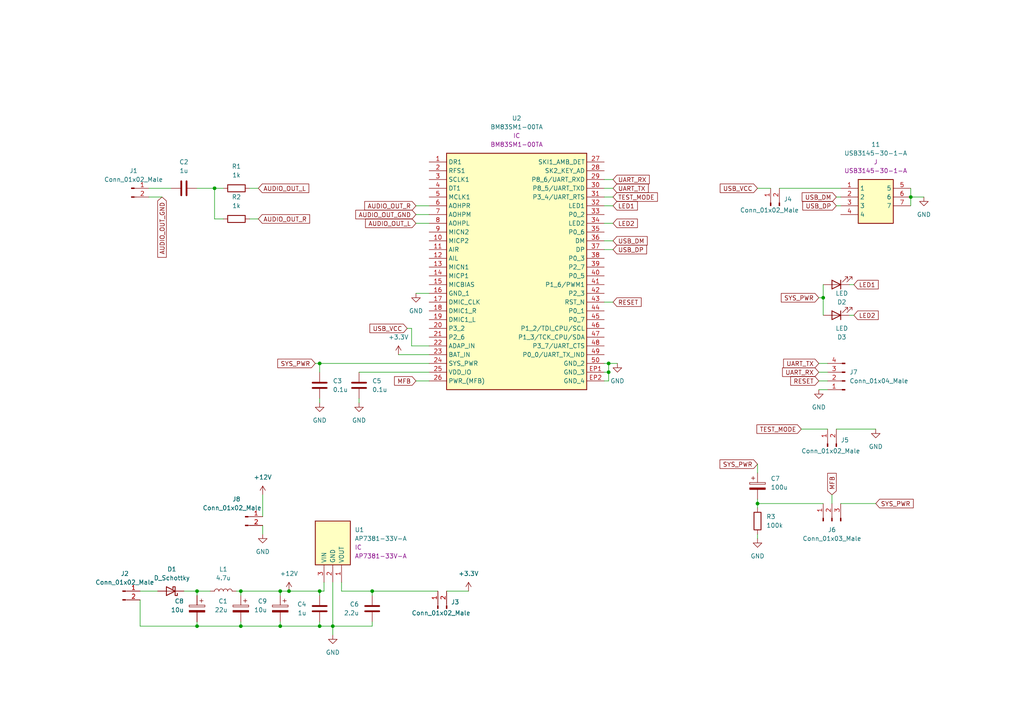
<source format=kicad_sch>
(kicad_sch (version 20211123) (generator eeschema)
  (paper "A4")
  (title_block (title "BlueBox") (date "2023-08-07") (rev "1.0") (company "Jannik Sturhann"))
  (lib_symbols
    (symbol "AP7381-33V-A:AP7381-33V-A"
      (property "Value" "AP7381-33V-A" (at 0 0 0))
      (property "Reference_1" "IC" (at 19.05 7.62 0))
      (property "Value_1" "AP7381-33V-A" (at 19.05 5.08 0))
      (symbol "AP7381-33V-A_1_1"
        (rectangle (start 5.08 2.54) (end 17.78 -7.62) (stroke (width 0.254)) (fill (type background)))
        (pin passive line (at 0 0 0) (length 5.08) (name "VOUT") (number "1"))
        (pin passive line (at 0 -2.54 0) (length 5.08) (name "GND") (number "2"))
        (pin passive line (at 0 -5.08 0) (length 5.08) (name "VIN") (number "3"))
      )
    )
    (symbol "BM83SM1-00TA:BM83SM1-00TA"
      (property "Value" "BM83SM1-00TA" (at 0 0 0))
      (property "Reference_1" "IC" (at 46.99 7.62 0))
      (property "Value_1" "BM83SM1-00TA" (at 46.99 5.08 0))
      (symbol "BM83SM1-00TA_1_1"
        (rectangle (start 5.08 2.54) (end 45.72 -66.04) (stroke (width 0.254)) (fill (type background)))
        (pin passive line (at 0 0 0) (length 5.08) (name "DR1") (number "1"))
        (pin passive line (at 0 -22.86 0) (length 5.08) (name "MICP2") (number "10"))
        (pin passive line (at 0 -25.4 0) (length 5.08) (name "AIR") (number "11"))
        (pin passive line (at 0 -27.94 0) (length 5.08) (name "AIL") (number "12"))
        (pin passive line (at 0 -30.48 0) (length 5.08) (name "MICN1") (number "13"))
        (pin passive line (at 0 -33.02 0) (length 5.08) (name "MICP1") (number "14"))
        (pin passive line (at 0 -35.56 0) (length 5.08) (name "MICBIAS") (number "15"))
        (pin passive line (at 0 -38.1 0) (length 5.08) (name "GND_1") (number "16"))
        (pin passive line (at 0 -40.64 0) (length 5.08) (name "DMIC_CLK") (number "17"))
        (pin passive line (at 0 -43.18 0) (length 5.08) (name "DMIC1_R") (number "18"))
        (pin passive line (at 0 -45.72 0) (length 5.08) (name "DMIC1_L") (number "19"))
        (pin passive line (at 0 -2.54 0) (length 5.08) (name "RFS1") (number "2"))
        (pin passive line (at 0 -48.26 0) (length 5.08) (name "P3_2") (number "20"))
        (pin passive line (at 0 -50.8 0) (length 5.08) (name "P2_6") (number "21"))
        (pin passive line (at 0 -53.34 0) (length 5.08) (name "ADAP_IN") (number "22"))
        (pin passive line (at 0 -55.88 0) (length 5.08) (name "BAT_IN") (number "23"))
        (pin passive line (at 0 -58.42 0) (length 5.08) (name "SYS_PWR") (number "24"))
        (pin passive line (at 0 -60.96 0) (length 5.08) (name "VDD_IO") (number "25"))
        (pin passive line (at 0 -63.5 0) (length 5.08) (name "PWR_(MFB)") (number "26"))
        (pin passive line (at 50.8 0 180) (length 5.08) (name "SKI1_AMB_DET") (number "27"))
        (pin passive line (at 50.8 -2.54 180) (length 5.08) (name "SK2_KEY_AD") (number "28"))
        (pin passive line (at 50.8 -5.08 180) (length 5.08) (name "P8_6/UART_RXD") (number "29"))
        (pin passive line (at 0 -5.08 0) (length 5.08) (name "SCLK1") (number "3"))
        (pin passive line (at 50.8 -7.62 180) (length 5.08) (name "P8_5/UART_TXD") (number "30"))
        (pin passive line (at 50.8 -10.16 180) (length 5.08) (name "P3_4/UART_RTS") (number "31"))
        (pin passive line (at 50.8 -12.7 180) (length 5.08) (name "LED1") (number "32"))
        (pin passive line (at 50.8 -15.24 180) (length 5.08) (name "P0_2") (number "33"))
        (pin passive line (at 50.8 -17.78 180) (length 5.08) (name "LED2") (number "34"))
        (pin passive line (at 50.8 -20.32 180) (length 5.08) (name "P0_6") (number "35"))
        (pin passive line (at 50.8 -22.86 180) (length 5.08) (name "DM") (number "36"))
        (pin passive line (at 50.8 -25.4 180) (length 5.08) (name "DP") (number "37"))
        (pin passive line (at 50.8 -27.94 180) (length 5.08) (name "P0_3") (number "38"))
        (pin passive line (at 50.8 -30.48 180) (length 5.08) (name "P2_7") (number "39"))
        (pin passive line (at 0 -7.62 0) (length 5.08) (name "DT1") (number "4"))
        (pin passive line (at 50.8 -33.02 180) (length 5.08) (name "P0_5") (number "40"))
        (pin passive line (at 50.8 -35.56 180) (length 5.08) (name "P1_6/PWM1") (number "41"))
        (pin passive line (at 50.8 -38.1 180) (length 5.08) (name "P2_3") (number "42"))
        (pin passive line (at 50.8 -40.64 180) (length 5.08) (name "RST_N") (number "43"))
        (pin passive line (at 50.8 -43.18 180) (length 5.08) (name "P0_1") (number "44"))
        (pin passive line (at 50.8 -45.72 180) (length 5.08) (name "P0_7") (number "45"))
        (pin passive line (at 50.8 -48.26 180) (length 5.08) (name "P1_2/TDI_CPU/SCL") (number "46"))
        (pin passive line (at 50.8 -50.8 180) (length 5.08) (name "P1_3/TCK_CPU/SDA") (number "47"))
        (pin passive line (at 50.8 -53.34 180) (length 5.08) (name "P3_7/UART_CTS") (number "48"))
        (pin passive line (at 50.8 -55.88 180) (length 5.08) (name "P0_0/UART_TX_IND") (number "49"))
        (pin passive line (at 0 -10.16 0) (length 5.08) (name "MCLK1") (number "5"))
        (pin passive line (at 50.8 -58.42 180) (length 5.08) (name "GND_2") (number "50"))
        (pin passive line (at 0 -12.7 0) (length 5.08) (name "AOHPR") (number "6"))
        (pin passive line (at 0 -15.24 0) (length 5.08) (name "AOHPM") (number "7"))
        (pin passive line (at 0 -17.78 0) (length 5.08) (name "AOHPL") (number "8"))
        (pin passive line (at 0 -20.32 0) (length 5.08) (name "MICN2") (number "9"))
        (pin passive line (at 50.8 -60.96 180) (length 5.08) (name "GND_3") (number "EP1"))
        (pin passive line (at 50.8 -63.5 180) (length 5.08) (name "GND_4") (number "EP2"))
      )
    )
    (symbol "Connector:Conn_01x02_Male" (pin_names (offset 1.016) hide)
      (property "Reference" "J" (at 0 2.54 0))
      (property "Value" "Conn_01x02_Male" (at 0 -5.08 0))
      (symbol "Conn_01x02_Male_1_1"
        (polyline (pts (xy 1.27 -2.54) (xy 0.8636 -2.54)) (stroke (width 0.1524)))
        (polyline (pts (xy 1.27 0) (xy 0.8636 0)) (stroke (width 0.1524)))
        (rectangle (start 0.8636 -2.413) (end 0 -2.667) (stroke (width 0.1524)) (fill (type outline)))
        (rectangle (start 0.8636 0.127) (end 0 -0.127) (stroke (width 0.1524)) (fill (type outline)))
        (pin passive line (at 5.08 0 180) (length 3.81) (name "Pin_1") (number "1"))
        (pin passive line (at 5.08 -2.54 180) (length 3.81) (name "Pin_2") (number "2"))
      )
    )
    (symbol "Connector:Conn_01x03_Male" (pin_names (offset 1.016) hide)
      (property "Reference" "J" (at 0 5.08 0))
      (property "Value" "Conn_01x03_Male" (at 0 -5.08 0))
      (symbol "Conn_01x03_Male_1_1"
        (polyline (pts (xy 1.27 -2.54) (xy 0.8636 -2.54)) (stroke (width 0.1524)))
        (polyline (pts (xy 1.27 0) (xy 0.8636 0)) (stroke (width 0.1524)))
        (polyline (pts (xy 1.27 2.54) (xy 0.8636 2.54)) (stroke (width 0.1524)))
        (rectangle (start 0.8636 -2.413) (end 0 -2.667) (stroke (width 0.1524)) (fill (type outline)))
        (rectangle (start 0.8636 0.127) (end 0 -0.127) (stroke (width 0.1524)) (fill (type outline)))
        (rectangle (start 0.8636 2.667) (end 0 2.413) (stroke (width 0.1524)) (fill (type outline)))
        (pin passive line (at 5.08 2.54 180) (length 3.81) (name "Pin_1") (number "1"))
        (pin passive line (at 5.08 0 180) (length 3.81) (name "Pin_2") (number "2"))
        (pin passive line (at 5.08 -2.54 180) (length 3.81) (name "Pin_3") (number "3"))
      )
    )
    (symbol "Connector:Conn_01x04_Male" (pin_names (offset 1.016) hide)
      (property "Reference" "J" (at 0 5.08 0))
      (property "Value" "Conn_01x04_Male" (at 0 -7.62 0))
      (symbol "Conn_01x04_Male_1_1"
        (polyline (pts (xy 1.27 -5.08) (xy 0.8636 -5.08)) (stroke (width 0.1524)))
        (polyline (pts (xy 1.27 -2.54) (xy 0.8636 -2.54)) (stroke (width 0.1524)))
        (polyline (pts (xy 1.27 0) (xy 0.8636 0)) (stroke (width 0.1524)))
        (polyline (pts (xy 1.27 2.54) (xy 0.8636 2.54)) (stroke (width 0.1524)))
        (rectangle (start 0.8636 -4.953) (end 0 -5.207) (stroke (width 0.1524)) (fill (type outline)))
        (rectangle (start 0.8636 -2.413) (end 0 -2.667) (stroke (width 0.1524)) (fill (type outline)))
        (rectangle (start 0.8636 0.127) (end 0 -0.127) (stroke (width 0.1524)) (fill (type outline)))
        (rectangle (start 0.8636 2.667) (end 0 2.413) (stroke (width 0.1524)) (fill (type outline)))
        (pin passive line (at 5.08 2.54 180) (length 3.81) (name "Pin_1") (number "1"))
        (pin passive line (at 5.08 0 180) (length 3.81) (name "Pin_2") (number "2"))
        (pin passive line (at 5.08 -2.54 180) (length 3.81) (name "Pin_3") (number "3"))
        (pin passive line (at 5.08 -5.08 180) (length 3.81) (name "Pin_4") (number "4"))
      )
    )
    (symbol "Device:C" (pin_numbers hide) (pin_names (offset 0.254))
      (property "Reference" "C" (at 0.635 2.54 0))
      (property "Value" "C" (at 0.635 -2.54 0))
      (symbol "C_0_1"
        (polyline (pts (xy -2.032 -0.762) (xy 2.032 -0.762)) (stroke (width 0.508)))
        (polyline (pts (xy -2.032 0.762) (xy 2.032 0.762)) (stroke (width 0.508)))
      )
      (symbol "C_1_1"
        (pin passive line (at 0 3.81 270) (length 2.794) (name "~") (number "1"))
        (pin passive line (at 0 -3.81 90) (length 2.794) (name "~") (number "2"))
      )
    )
    (symbol "Device:C_Polarized" (pin_numbers hide) (pin_names (offset 0.254))
      (property "Reference" "C" (at 0.635 2.54 0))
      (property "Value" "C_Polarized" (at 0.635 -2.54 0))
      (symbol "C_Polarized_0_1"
        (rectangle (start -2.286 0.508) (end 2.286 1.016))
        (polyline (pts (xy -1.778 2.286) (xy -0.762 2.286)))
        (polyline (pts (xy -1.27 2.794) (xy -1.27 1.778)))
        (rectangle (start 2.286 -0.508) (end -2.286 -1.016) (fill (type outline)))
      )
      (symbol "C_Polarized_1_1"
        (pin passive line (at 0 3.81 270) (length 2.794) (name "~") (number "1"))
        (pin passive line (at 0 -3.81 90) (length 2.794) (name "~") (number "2"))
      )
    )
    (symbol "Device:D_Schottky" (pin_numbers hide) (pin_names (offset 1.016) hide)
      (property "Reference" "D" (at 0 2.54 0))
      (property "Value" "D_Schottky" (at 0 -2.54 0))
      (symbol "D_Schottky_0_1"
        (polyline (pts (xy 1.27 0) (xy -1.27 0)))
        (polyline (pts (xy 1.27 1.27) (xy 1.27 -1.27) (xy -1.27 0) (xy 1.27 1.27)) (stroke (width 0.254)))
        (polyline (pts (xy -1.905 0.635) (xy -1.905 1.27) (xy -1.27 1.27) (xy -1.27 -1.27) (xy -0.635 -1.27) (xy -0.635 -0.635)) (stroke (width 0.254)))
      )
      (symbol "D_Schottky_1_1"
        (pin passive line (at -3.81 0 0) (length 2.54) (name "K") (number "1"))
        (pin passive line (at 3.81 0 180) (length 2.54) (name "A") (number "2"))
      )
    )
    (symbol "Device:L" (pin_numbers hide) (pin_names (offset 1.016) hide)
      (property "Reference" "L" (at -1.27 0 90))
      (property "Value" "L" (at 1.905 0 90))
      (symbol "L_0_1"
        (arc (start 0 -2.54) (mid 0.635 -1.905) (end 0 -1.27))
        (arc (start 0 -1.27) (mid 0.635 -0.635) (end 0 0))
        (arc (start 0 0) (mid 0.635 0.635) (end 0 1.27))
        (arc (start 0 1.27) (mid 0.635 1.905) (end 0 2.54))
      )
      (symbol "L_1_1"
        (pin passive line (at 0 3.81 270) (length 1.27) (name "1") (number "1"))
        (pin passive line (at 0 -3.81 90) (length 1.27) (name "2") (number "2"))
      )
    )
    (symbol "Device:LED" (pin_numbers hide) (pin_names (offset 1.016) hide)
      (property "Reference" "D" (at 0 2.54 0))
      (property "Value" "LED" (at 0 -2.54 0))
      (symbol "LED_0_1"
        (polyline (pts (xy -1.27 -1.27) (xy -1.27 1.27)) (stroke (width 0.254)))
        (polyline (pts (xy -1.27 0) (xy 1.27 0)))
        (polyline (pts (xy 1.27 -1.27) (xy 1.27 1.27) (xy -1.27 0) (xy 1.27 -1.27)) (stroke (width 0.254)))
        (polyline (pts (xy -3.048 -0.762) (xy -4.572 -2.286) (xy -3.81 -2.286) (xy -4.572 -2.286) (xy -4.572 -1.524)))
        (polyline (pts (xy -1.778 -0.762) (xy -3.302 -2.286) (xy -2.54 -2.286) (xy -3.302 -2.286) (xy -3.302 -1.524)))
      )
      (symbol "LED_1_1"
        (pin passive line (at -3.81 0 0) (length 2.54) (name "K") (number "1"))
        (pin passive line (at 3.81 0 180) (length 2.54) (name "A") (number "2"))
      )
    )
    (symbol "Device:R" (pin_numbers hide) (pin_names (offset 0))
      (property "Reference" "R" (at 2.032 0 90))
      (property "Value" "R" (at 0 0 90))
      (symbol "R_0_1"
        (rectangle (start -1.016 -2.54) (end 1.016 2.54) (stroke (width 0.254)))
      )
      (symbol "R_1_1"
        (pin passive line (at 0 3.81 270) (length 1.27) (name "~") (number "1"))
        (pin passive line (at 0 -3.81 90) (length 1.27) (name "~") (number "2"))
      )
    )
    (symbol "USB3145-30-1-A:USB3145-30-1-A"
      (property "Value" "USB3145-30-1-A" (at 0 0 0))
      (property "Reference_1" "J" (at 16.51 7.62 0))
      (property "Value_1" "USB3145-30-1-A" (at 16.51 5.08 0))
      (symbol "USB3145-30-1-A_1_1"
        (rectangle (start 5.08 2.54) (end 15.24 -10.16) (stroke (width 0.254)) (fill (type background)))
        (pin passive line (at 0 0 0) (length 5.08) (name "1") (number "1"))
        (pin passive line (at 0 -2.54 0) (length 5.08) (name "2") (number "2"))
        (pin passive line (at 0 -5.08 0) (length 5.08) (name "3") (number "3"))
        (pin passive line (at 0 -7.62 0) (length 5.08) (name "4") (number "4"))
        (pin passive line (at 20.32 0 180) (length 5.08) (name "5") (number "5"))
        (pin passive line (at 20.32 -2.54 180) (length 5.08) (name "6") (number "6"))
        (pin passive line (at 20.32 -5.08 180) (length 5.08) (name "7") (number "7"))
      )
    )
    (symbol "power:+12V" (power) (pin_names (offset 0))
      (property "Value" "+12V" (at 0 3.556 0))
      (symbol "+12V_0_1"
        (polyline (pts (xy -0.762 1.27) (xy 0 2.54)))
        (polyline (pts (xy 0 0) (xy 0 2.54)))
        (polyline (pts (xy 0 2.54) (xy 0.762 1.27)))
      )
      (symbol "+12V_1_1"
        (pin power_in line (at 0 0 90) (length 0) hide (name "+12V") (number "1"))
      )
    )
    (symbol "power:+3.3V" (power) (pin_names (offset 0))
      (property "Value" "+3.3V" (at 0 3.556 0))
      (symbol "+3.3V_0_1"
        (polyline (pts (xy -0.762 1.27) (xy 0 2.54)))
        (polyline (pts (xy 0 0) (xy 0 2.54)))
        (polyline (pts (xy 0 2.54) (xy 0.762 1.27)))
      )
      (symbol "+3.3V_1_1"
        (pin power_in line (at 0 0 90) (length 0) hide (name "+3.3V") (number "1"))
      )
    )
    (symbol "power:GND" (power) (pin_names (offset 0))
      (property "Value" "GND" (at 0 -3.81 0))
      (symbol "GND_0_1"
        (polyline (pts (xy 0 0) (xy 0 -1.27) (xy 1.27 -1.27) (xy 0 -2.54) (xy -1.27 -1.27) (xy 0 -1.27)))
      )
      (symbol "GND_1_1"
        (pin power_in line (at 0 0 270) (length 0) hide (name "GND") (number "1"))
      )
    )
  )
  (junction (at 92.71 105.41))
  (junction (at 238.76 86.36))
  (junction (at 92.71 181.61))
  (junction (at 62.23 54.61))
  (junction (at 92.71 171.45))
  (junction (at 81.28 181.61))
  (junction (at 219.71 146.05))
  (junction (at 96.52 181.61))
  (junction (at 57.15 181.61))
  (junction (at 107.95 171.45))
  (junction (at 69.85 171.45))
  (junction (at 176.53 105.41))
  (junction (at 176.53 107.95))
  (junction (at 83.82 171.45))
  (junction (at 57.15 171.45))
  (junction (at 264.16 57.15))
  (junction (at 69.85 181.61))
  (junction (at 81.28 171.45))
  (wire (pts (xy 246.38 82.55) (xy 247.65 82.55)))
  (wire (pts (xy 76.2 143.51) (xy 76.2 149.86)))
  (wire (pts (xy 107.95 171.45) (xy 107.95 172.72)))
  (wire (pts (xy 53.34 171.45) (xy 57.15 171.45)))
  (wire (pts (xy 92.71 105.41) (xy 92.71 107.95)))
  (wire (pts (xy 246.38 91.44) (xy 247.65 91.44)))
  (wire (pts (xy 242.57 57.15) (xy 243.84 57.15)))
  (wire (pts (xy 241.3 143.51) (xy 241.3 146.05)))
  (wire (pts (xy 68.58 171.45) (xy 69.85 171.45)))
  (wire (pts (xy 118.11 95.25) (xy 119.38 95.25)))
  (wire (pts (xy 176.53 107.95) (xy 176.53 105.41)))
  (wire (pts (xy 92.71 105.41) (xy 124.46 105.41)))
  (wire (pts (xy 72.39 63.5) (xy 74.93 63.5)))
  (wire (pts (xy 57.15 180.34) (xy 57.15 181.61)))
  (wire (pts (xy 92.71 171.45) (xy 83.82 171.45)))
  (wire (pts (xy 238.76 146.05) (xy 219.71 146.05)))
  (wire (pts (xy 219.71 154.94) (xy 219.71 156.21)))
  (wire (pts (xy 238.76 86.36) (xy 238.76 91.44)))
  (wire (pts (xy 40.64 173.99) (xy 40.64 181.61)))
  (wire (pts (xy 120.65 62.23) (xy 124.46 62.23)))
  (wire (pts (xy 57.15 171.45) (xy 57.15 172.72)))
  (wire (pts (xy 120.65 110.49) (xy 124.46 110.49)))
  (wire (pts (xy 40.64 171.45) (xy 45.72 171.45)))
  (wire (pts (xy 219.71 54.61) (xy 223.52 54.61)))
  (wire (pts (xy 175.26 107.95) (xy 176.53 107.95)))
  (wire (pts (xy 175.26 57.15) (xy 177.8 57.15)))
  (wire (pts (xy 238.76 82.55) (xy 238.76 86.36)))
  (wire (pts (xy 175.26 52.07) (xy 177.8 52.07)))
  (wire (pts (xy 72.39 54.61) (xy 74.93 54.61)))
  (wire (pts (xy 237.49 110.49) (xy 240.03 110.49)))
  (wire (pts (xy 120.65 85.09) (xy 124.46 85.09)))
  (wire (pts (xy 226.06 54.61) (xy 243.84 54.61)))
  (wire (pts (xy 237.49 113.03) (xy 240.03 113.03)))
  (wire (pts (xy 81.28 181.61) (xy 92.71 181.61)))
  (wire (pts (xy 115.57 102.87) (xy 124.46 102.87)))
  (wire (pts (xy 92.71 115.57) (xy 92.71 116.84)))
  (wire (pts (xy 76.2 152.4) (xy 76.2 154.94)))
  (wire (pts (xy 119.38 100.33) (xy 124.46 100.33)))
  (wire (pts (xy 91.44 105.41) (xy 92.71 105.41)))
  (wire (pts (xy 60.96 171.45) (xy 57.15 171.45)))
  (wire (pts (xy 175.26 110.49) (xy 176.53 110.49)))
  (wire (pts (xy 120.65 64.77) (xy 124.46 64.77)))
  (wire (pts (xy 119.38 95.25) (xy 119.38 100.33)))
  (wire (pts (xy 40.64 181.61) (xy 57.15 181.61)))
  (wire (pts (xy 219.71 134.62) (xy 219.71 137.16)))
  (wire (pts (xy 264.16 54.61) (xy 264.16 57.15)))
  (wire (pts (xy 232.41 124.46) (xy 240.03 124.46)))
  (wire (pts (xy 92.71 172.72) (xy 92.71 171.45)))
  (wire (pts (xy 96.52 168.91) (xy 96.52 181.61)))
  (wire (pts (xy 219.71 146.05) (xy 219.71 147.32)))
  (wire (pts (xy 96.52 181.61) (xy 96.52 184.15)))
  (wire (pts (xy 264.16 57.15) (xy 264.16 59.69)))
  (wire (pts (xy 237.49 105.41) (xy 240.03 105.41)))
  (wire (pts (xy 93.98 168.91) (xy 93.98 171.45)))
  (wire (pts (xy 92.71 181.61) (xy 96.52 181.61)))
  (wire (pts (xy 99.06 168.91) (xy 99.06 171.45)))
  (wire (pts (xy 57.15 54.61) (xy 62.23 54.61)))
  (wire (pts (xy 99.06 171.45) (xy 107.95 171.45)))
  (wire (pts (xy 62.23 63.5) (xy 64.77 63.5)))
  (wire (pts (xy 175.26 54.61) (xy 177.8 54.61)))
  (wire (pts (xy 57.15 181.61) (xy 69.85 181.61)))
  (wire (pts (xy 243.84 146.05) (xy 254 146.05)))
  (wire (pts (xy 175.26 64.77) (xy 177.8 64.77)))
  (wire (pts (xy 176.53 105.41) (xy 179.07 105.41)))
  (wire (pts (xy 96.52 181.61) (xy 107.95 181.61)))
  (wire (pts (xy 219.71 146.05) (xy 219.71 144.78)))
  (wire (pts (xy 104.14 115.57) (xy 104.14 116.84)))
  (wire (pts (xy 69.85 180.34) (xy 69.85 181.61)))
  (wire (pts (xy 69.85 181.61) (xy 81.28 181.61)))
  (wire (pts (xy 176.53 110.49) (xy 176.53 107.95)))
  (wire (pts (xy 104.14 107.95) (xy 124.46 107.95)))
  (wire (pts (xy 81.28 171.45) (xy 81.28 172.72)))
  (wire (pts (xy 120.65 59.69) (xy 124.46 59.69)))
  (wire (pts (xy 242.57 124.46) (xy 254 124.46)))
  (wire (pts (xy 81.28 180.34) (xy 81.28 181.61)))
  (wire (pts (xy 62.23 54.61) (xy 62.23 63.5)))
  (wire (pts (xy 93.98 171.45) (xy 92.71 171.45)))
  (wire (pts (xy 107.95 171.45) (xy 127 171.45)))
  (wire (pts (xy 242.57 59.69) (xy 243.84 59.69)))
  (wire (pts (xy 81.28 171.45) (xy 83.82 171.45)))
  (wire (pts (xy 175.26 105.41) (xy 176.53 105.41)))
  (wire (pts (xy 129.54 171.45) (xy 135.89 171.45)))
  (wire (pts (xy 175.26 87.63) (xy 177.8 87.63)))
  (wire (pts (xy 107.95 180.34) (xy 107.95 181.61)))
  (wire (pts (xy 175.26 69.85) (xy 177.8 69.85)))
  (wire (pts (xy 69.85 172.72) (xy 69.85 171.45)))
  (wire (pts (xy 175.26 59.69) (xy 177.8 59.69)))
  (wire (pts (xy 62.23 54.61) (xy 64.77 54.61)))
  (wire (pts (xy 69.85 171.45) (xy 81.28 171.45)))
  (wire (pts (xy 238.76 86.36) (xy 237.49 86.36)))
  (wire (pts (xy 237.49 107.95) (xy 240.03 107.95)))
  (wire (pts (xy 43.18 54.61) (xy 49.53 54.61)))
  (wire (pts (xy 92.71 180.34) (xy 92.71 181.61)))
  (wire (pts (xy 264.16 57.15) (xy 267.97 57.15)))
  (wire (pts (xy 43.18 57.15) (xy 46.99 57.15)))
  (wire (pts (xy 175.26 72.39) (xy 177.8 72.39)))
  (global_label "AUDIO_OUT_R" (shape input) (at 74.93 63.5 0) (property "Intersheet References" "${INTERSHEET_REFS}" (effects hide)))
  (global_label "UART_RX" (shape input) (at 237.49 107.95 180) (property "Intersheet References" "${INTERSHEET_REFS}" (effects hide)))
  (global_label "USB_DM" (shape input) (at 242.57 57.15 180) (property "Intersheet References" "${INTERSHEET_REFS}" (effects hide)))
  (global_label "AUDIO_OUT_L" (shape input) (at 74.93 54.61 0) (property "Intersheet References" "${INTERSHEET_REFS}" (effects hide)))
  (global_label "LED1" (shape input) (at 247.65 82.55 0) (property "Intersheet References" "${INTERSHEET_REFS}" (effects hide)))
  (global_label "USB_VCC" (shape input) (at 219.71 54.61 180) (property "Intersheet References" "${INTERSHEET_REFS}" (effects hide)))
  (global_label "LED1" (shape input) (at 177.8 59.69 0) (property "Intersheet References" "${INTERSHEET_REFS}" (effects hide)))
  (global_label "USB_VCC" (shape input) (at 118.11 95.25 180) (property "Intersheet References" "${INTERSHEET_REFS}" (effects hide)))
  (global_label "UART_TX" (shape input) (at 177.8 54.61 0) (property "Intersheet References" "${INTERSHEET_REFS}" (effects hide)))
  (global_label "USB_DP" (shape input) (at 242.57 59.69 180) (property "Intersheet References" "${INTERSHEET_REFS}" (effects hide)))
  (global_label "AUDIO_OUT_GND" (shape input) (at 46.99 57.15 270) (property "Intersheet References" "${INTERSHEET_REFS}" (effects hide)))
  (global_label "LED2" (shape input) (at 247.65 91.44 0) (property "Intersheet References" "${INTERSHEET_REFS}" (effects hide)))
  (global_label "RESET" (shape input) (at 177.8 87.63 0) (property "Intersheet References" "${INTERSHEET_REFS}" (effects hide)))
  (global_label "SYS_PWR" (shape input) (at 91.44 105.41 180) (property "Intersheet References" "${INTERSHEET_REFS}" (effects hide)))
  (global_label "AUDIO_OUT_L" (shape input) (at 120.65 64.77 180) (property "Intersheet References" "${INTERSHEET_REFS}" (effects hide)))
  (global_label "AUDIO_OUT_R" (shape input) (at 120.65 59.69 180) (property "Intersheet References" "${INTERSHEET_REFS}" (effects hide)))
  (global_label "MFB" (shape input) (at 120.65 110.49 180) (property "Intersheet References" "${INTERSHEET_REFS}" (effects hide)))
  (global_label "SYS_PWR" (shape input) (at 254 146.05 0) (property "Intersheet References" "${INTERSHEET_REFS}" (effects hide)))
  (global_label "TEST_MODE" (shape input) (at 177.8 57.15 0) (property "Intersheet References" "${INTERSHEET_REFS}" (effects hide)))
  (global_label "AUDIO_OUT_GND" (shape input) (at 120.65 62.23 180) (property "Intersheet References" "${INTERSHEET_REFS}" (effects hide)))
  (global_label "USB_DM" (shape input) (at 177.8 69.85 0) (property "Intersheet References" "${INTERSHEET_REFS}" (effects hide)))
  (global_label "TEST_MODE" (shape input) (at 232.41 124.46 180) (property "Intersheet References" "${INTERSHEET_REFS}" (effects hide)))
  (global_label "MFB" (shape input) (at 241.3 143.51 90) (property "Intersheet References" "${INTERSHEET_REFS}" (effects hide)))
  (global_label "SYS_PWR" (shape input) (at 237.49 86.36 180) (property "Intersheet References" "${INTERSHEET_REFS}" (effects hide)))
  (global_label "RESET" (shape input) (at 237.49 110.49 180) (property "Intersheet References" "${INTERSHEET_REFS}" (effects hide)))
  (global_label "SYS_PWR" (shape input) (at 219.71 134.62 180) (property "Intersheet References" "${INTERSHEET_REFS}" (effects hide)))
  (global_label "USB_DP" (shape input) (at 177.8 72.39 0) (property "Intersheet References" "${INTERSHEET_REFS}" (effects hide)))
  (global_label "LED2" (shape input) (at 177.8 64.77 0) (property "Intersheet References" "${INTERSHEET_REFS}" (effects hide)))
  (global_label "UART_TX" (shape input) (at 237.49 105.41 180) (property "Intersheet References" "${INTERSHEET_REFS}" (effects hide)))
  (global_label "UART_RX" (shape input) (at 177.8 52.07 0) (property "Intersheet References" "${INTERSHEET_REFS}" (effects hide)))
  (symbol (lib_id "power:+12V") (at 83.82 171.45 0) (unit 1)
    (property "Reference" "#PWR01" (effects hide))
    (property "Value" "+12V" (at 83.82 166.37 0))
  )
  (symbol (lib_id "Device:C_Polarized") (at 219.71 140.97 0) (unit 1)
    (property "Reference" "C7" (at 223.52 138.8109 0) (effects (justify left)))
    (property "Value" "100u" (at 223.52 141.3509 0) (effects (justify left)))
    (property "Footprint" "Capacitor_THT:CP_Radial_D7.5mm_P2.50mm" (effects hide))
  )
  (symbol (lib_id "Connector:Conn_01x03_Male") (at 241.3 151.13 90) (unit 1)
    (property "Reference" "J6" (at 241.3 153.67 90))
    (property "Value" "Conn_01x03_Male" (at 241.3 156.21 90))
    (property "Footprint" "Connector_PinHeader_2.54mm:PinHeader_1x03_P2.54mm_Vertical" (effects hide))
  )
  (symbol (lib_id "Device:R") (at 68.58 54.61 90) (unit 1)
    (property "Reference" "R1" (at 68.58 48.26 90))
    (property "Value" "1k" (at 68.58 50.8 90))
    (property "Footprint" "Resistor_THT:R_Axial_DIN0207_L6.3mm_D2.5mm_P7.62mm_Horizontal" (effects hide))
  )
  (symbol (lib_id "Device:R") (at 219.71 151.13 0) (unit 1)
    (property "Reference" "R3" (at 222.25 149.8599 0) (effects (justify left)))
    (property "Value" "100k" (at 222.25 152.3999 0) (effects (justify left)))
    (property "Footprint" "Resistor_THT:R_Axial_DIN0207_L6.3mm_D2.5mm_P7.62mm_Horizontal" (effects hide))
  )
  (symbol (lib_id "power:GND") (at 120.65 85.09 0) (unit 1)
    (property "Reference" "#PWR06" (effects hide))
    (property "Value" "GND" (at 120.65 90.17 0))
  )
  (symbol (lib_id "Connector:Conn_01x04_Male") (at 245.11 110.49 180) (unit 1)
    (property "Reference" "J7" (at 246.38 107.9499 0) (effects (justify right)))
    (property "Value" "Conn_01x04_Male" (at 246.38 110.4899 0) (effects (justify right)))
    (property "Footprint" "Connector_PinHeader_2.54mm:PinHeader_1x04_P2.54mm_Vertical" (effects hide))
  )
  (symbol (lib_id "Connector:Conn_01x02_Male") (at 127 176.53 90) (unit 1)
    (property "Reference" "J3" (at 130.81 174.6249 90) (effects (justify right)))
    (property "Value" "Conn_01x02_Male" (at 119.38 177.8 90) (effects (justify right)))
    (property "Footprint" "Connector_PinHeader_2.54mm:PinHeader_1x02_P2.54mm_Vertical" (effects hide))
  )
  (symbol (lib_id "Device:C") (at 92.71 111.76 0) (unit 1)
    (property "Reference" "C3" (at 96.52 110.4899 0) (effects (justify left)))
    (property "Value" "0.1u" (at 96.52 113.0299 0) (effects (justify left)))
    (property "Footprint" "Capacitor_THT:C_Disc_D5.0mm_W2.5mm_P5.00mm" (effects hide))
  )
  (symbol (lib_id "power:GND") (at 237.49 113.03 0) (unit 1)
    (property "Reference" "#PWR010" (effects hide))
    (property "Value" "GND" (at 237.49 118.11 0))
  )
  (symbol (lib_id "Device:C") (at 53.34 54.61 270) (mirror x) (unit 1)
    (property "Reference" "C2" (at 53.34 46.99 90))
    (property "Value" "1u" (at 53.34 49.53 90))
    (property "Footprint" "Capacitor_THT:C_Disc_D5.0mm_W2.5mm_P5.00mm" (effects hide))
    (property "Datasheet" "https://product.tdk.com/system/files/dam/doc/product/capacitor/ceramic/lead-mlcc/catalog/leadmlcc_halogenfree_fg_en.pdf" (effects hide))
  )
  (symbol (lib_id "Device:R") (at 68.58 63.5 90) (unit 1)
    (property "Reference" "R2" (at 68.58 57.15 90))
    (property "Value" "1k" (at 68.58 59.69 90))
    (property "Footprint" "Resistor_THT:R_Axial_DIN0207_L6.3mm_D2.5mm_P7.62mm_Horizontal" (effects hide))
  )
  (symbol (lib_id "Connector:Conn_01x02_Male") (at 223.52 59.69 90) (unit 1)
    (property "Reference" "J4" (at 227.33 57.7849 90) (effects (justify right)))
    (property "Value" "Conn_01x02_Male" (at 214.63 60.96 90) (effects (justify right)))
    (property "Footprint" "Connector_PinHeader_2.54mm:PinHeader_1x02_P2.54mm_Vertical" (effects hide))
  )
  (symbol (lib_id "Device:L") (at 64.77 171.45 90) (unit 1)
    (property "Reference" "L1" (at 64.77 165.1 90))
    (property "Value" "4.7u" (at 64.77 167.64 90))
    (property "Footprint" "Inductor_THT:L_Radial_D10.5mm_P5.00mm_Abacron_AISR-01" (effects hide))
    (property "Datasheet" "https://www.mouser.de/datasheet/2/597/dr0810-463383.pdf" (effects hide))
  )
  (symbol (lib_id "power:+12V") (at 76.2 143.51 0) (unit 1)
    (property "Reference" "#PWR013" (effects hide))
    (property "Value" "+12V" (at 76.2 138.43 0))
  )
  (symbol (lib_id "Device:C") (at 107.95 176.53 0) (mirror x) (unit 1)
    (property "Reference" "C6" (at 104.14 175.2599 0) (effects (justify right)))
    (property "Value" "2.2u" (at 104.14 177.7999 0) (effects (justify right)))
    (property "Footprint" "Capacitor_THT:C_Disc_D5.0mm_W2.5mm_P5.00mm" (effects hide))
  )
  (symbol (lib_id "power:GND") (at 254 124.46 0) (unit 1)
    (property "Reference" "#PWR011" (effects hide))
    (property "Value" "GND" (at 254 129.54 0))
  )
  (symbol (lib_id "power:GND") (at 219.71 156.21 0) (unit 1)
    (property "Reference" "#PWR09" (effects hide))
    (property "Value" "GND" (at 219.71 161.29 0))
  )
  (symbol (lib_id "Device:C_Polarized") (at 69.85 176.53 0) (mirror y) (unit 1)
    (property "Reference" "C1" (at 66.04 174.3709 0) (effects (justify left)))
    (property "Value" "22u" (at 66.04 176.9109 0) (effects (justify left)))
    (property "Footprint" "Capacitor_THT:CP_Radial_D5.0mm_P2.00mm" (effects hide))
    (property "Datasheet" "https://www.we-online.com/components/products/datasheet/860010472003.pdf" (effects hide))
  )
  (symbol (lib_id "Device:LED") (at 242.57 82.55 180) (unit 1)
    (property "Reference" "D2" (at 244.1575 87.63 0))
    (property "Value" "LED" (at 244.1575 85.09 0))
    (property "Footprint" "LED_THT:LED_D5.0mm" (effects hide))
  )
  (symbol (lib_id "Connector:Conn_01x02_Male") (at 71.12 149.86 0) (unit 1)
    (property "Reference" "J8" (at 68.58 144.78 0))
    (property "Value" "Conn_01x02_Male" (at 67.31 147.32 0))
    (property "Footprint" "Connector_PinHeader_2.54mm:PinHeader_1x02_P2.54mm_Vertical" (effects hide))
  )
  (symbol (lib_id "Connector:Conn_01x02_Male") (at 240.03 129.54 90) (unit 1)
    (property "Reference" "J5" (at 243.84 127.6349 90) (effects (justify right)))
    (property "Value" "Conn_01x02_Male" (at 232.41 130.81 90) (effects (justify right)))
    (property "Footprint" "Connector_PinHeader_2.54mm:PinHeader_1x02_P2.54mm_Vertical" (effects hide))
  )
  (symbol (lib_id "Connector:Conn_01x02_Male") (at 38.1 54.61 0) (unit 1)
    (property "Reference" "J1" (at 38.735 49.53 0))
    (property "Value" "Conn_01x02_Male" (at 38.735 52.07 0))
    (property "Footprint" "Connector_PinHeader_2.54mm:PinHeader_1x02_P2.54mm_Vertical" (effects hide))
  )
  (symbol (lib_id "Connector:Conn_01x02_Male") (at 35.56 171.45 0) (unit 1)
    (property "Reference" "J2" (at 36.195 166.37 0))
    (property "Value" "Conn_01x02_Male" (at 36.195 168.91 0))
    (property "Footprint" "Connector_PinHeader_2.54mm:PinHeader_1x02_P2.54mm_Vertical" (effects hide))
  )
  (symbol (lib_id "power:GND") (at 267.97 57.15 0) (unit 1)
    (property "Reference" "#PWR012" (effects hide))
    (property "Value" "GND" (at 267.97 62.23 0))
  )
  (symbol (lib_id "Device:C") (at 104.14 111.76 0) (unit 1)
    (property "Reference" "C5" (at 107.95 110.4899 0) (effects (justify left)))
    (property "Value" "0.1u" (at 107.95 113.0299 0) (effects (justify left)))
    (property "Footprint" "Capacitor_THT:C_Disc_D5.0mm_W2.5mm_P5.00mm" (effects hide))
  )
  (symbol (lib_id "BM83SM1-00TA:BM83SM1-00TA") (at 124.46 46.99 0) (unit 1)
    (property "Reference" "U2" (at 149.86 34.29 0))
    (property "Value" "BM83SM1-00TA" (at 149.86 36.83 0))
    (property "Footprint" "BM83:BM83SM100TA" (effects hide))
    (property "Reference_1" "IC" (at 149.86 39.37 0))
    (property "Value_1" "BM83SM1-00TA" (at 149.86 41.91 0))
    (property "Footprint_1" "BM83SM100TA" (effects hide))
    (property "Datasheet_1" "http://ww1.microchip.com/downloads/en/DeviceDoc/BM83_Bluetooth_Stereo_Audio_Module_Data_Sheet_DS70005402A.pdf" (effects hide))
    (property "Height" "2.5" (effects hide))
    (property "Mouser Part Number" "579-BM83SM1-00TA" (effects hide))
    (property "Mouser Price/Stock" "https://www.mouser.co.uk/ProductDetail/Microchip-Technology/BM83SM1-00TA?qs=W%2FMpXkg%252BdQ4DzNNx0q4h4Q%3D%3D" (effects hide))
    (property "Manufacturer_Name" "Microchip" (effects hide))
    (property "Manufacturer_Part_Number" "BM83SM1-00TA" (effects hide))
  )
  (symbol (lib_id "Device:D_Schottky") (at 49.53 171.45 180) (unit 1)
    (property "Reference" "D1" (at 49.8475 165.1 0))
    (property "Value" "D_Schottky" (at 49.8475 167.64 0))
    (property "Footprint" "Diode_THT:D_DO-41_SOD81_P7.62mm_Horizontal" (effects hide))
  )
  (symbol (lib_id "Device:C") (at 92.71 176.53 0) (mirror x) (unit 1)
    (property "Reference" "C4" (at 88.9 175.2599 0) (effects (justify right)))
    (property "Value" "1u" (at 88.9 177.7999 0) (effects (justify right)))
    (property "Footprint" "Capacitor_THT:C_Disc_D5.0mm_W2.5mm_P5.00mm" (effects hide))
    (property "Datasheet" "https://product.tdk.com/system/files/dam/doc/product/capacitor/ceramic/lead-mlcc/catalog/leadmlcc_halogenfree_fg_en.pdf" (effects hide))
  )
  (symbol (lib_id "power:GND") (at 104.14 116.84 0) (unit 1)
    (property "Reference" "#PWR04" (effects hide))
    (property "Value" "GND" (at 104.14 121.92 0))
  )
  (symbol (lib_id "power:+3.3V") (at 135.89 171.45 0) (unit 1)
    (property "Reference" "#PWR07" (effects hide))
    (property "Value" "+3.3V" (at 135.89 166.37 0))
  )
  (symbol (lib_id "AP7381-33V-A:AP7381-33V-A") (at 99.06 168.91 270) (mirror x) (unit 1)
    (property "Reference" "U1" (at 102.87 153.6699 90) (effects (justify left)))
    (property "Value" "AP7381-33V-A" (at 102.87 156.2099 90) (effects (justify left)))
    (property "Footprint" "AP7381-33V-A:AP738133VA" (effects hide))
    (property "Reference_1" "IC" (at 102.87 158.7499 90) (effects (justify left)))
    (property "Value_1" "AP7381-33V-A" (at 102.87 161.2899 90) (effects (justify left)))
    (property "Footprint_1" "AP738133VA" (effects hide))
    (property "Datasheet_1" "https://www.diodes.com/assets/Datasheets/AP7381.pdf" (effects hide))
    (property "Height" "4.7" (effects hide))
    (property "Mouser Part Number" "621-AP7381-33V-A" (effects hide))
    (property "Mouser Price/Stock" "https://www.mouser.co.uk/ProductDetail/Diodes-Incorporated/AP7381-33V-A?qs=1mbolxNpo8cFZwU4HR7fJA%3D%3D" (effects hide))
    (property "Manufacturer_Name" "Diodes Inc." (effects hide))
    (property "Manufacturer_Part_Number" "AP7381-33V-A" (effects hide))
  )
  (symbol (lib_id "USB3145-30-1-A:USB3145-30-1-A") (at 243.84 54.61 0) (unit 1)
    (property "Reference" "11" (at 254 41.91 0))
    (property "Value" "USB3145-30-1-A" (at 254 44.45 0))
    (property "Footprint" "USB3145-30-1-A:USB3145301A" (effects hide))
    (property "Datasheet" "https://www.mouser.de/datasheet/2/837/USB3145-2888215.pdf" (effects hide))
    (property "Reference_1" "J" (at 254 46.99 0))
    (property "Value_1" "USB3145-30-1-A" (at 254 49.53 0))
    (property "Footprint_1" "USB3145301A" (effects hide))
    (property "Mouser Part Number" "640-USB3145-30-1-A" (effects hide))
    (property "Mouser Price/Stock" "https://www.mouser.co.uk/ProductDetail/GCT/USB3145-30-1-A?qs=KUoIvG%2F9IlYD1lvSRu5iyg%3D%3D" (effects hide))
    (property "Manufacturer_Name" "GCT (GLOBAL CONNECTOR TECHNOLOGY)" (effects hide))
    (property "Manufacturer_Part_Number" "USB3145-30-1-A" (effects hide))
  )
  (symbol (lib_id "power:GND") (at 92.71 116.84 0) (unit 1)
    (property "Reference" "#PWR02" (effects hide))
    (property "Value" "GND" (at 92.71 121.92 0))
  )
  (symbol (lib_id "Device:C_Polarized") (at 57.15 176.53 0) (mirror y) (unit 1)
    (property "Reference" "C8" (at 53.34 174.3709 0) (effects (justify left)))
    (property "Value" "10u" (at 53.34 176.9109 0) (effects (justify left)))
    (property "Footprint" "Capacitor_THT:CP_Radial_D5.0mm_P2.00mm" (effects hide))
  )
  (symbol (lib_id "power:GND") (at 76.2 154.94 0) (unit 1)
    (property "Reference" "#PWR014" (effects hide))
    (property "Value" "GND" (at 76.2 160.02 0))
  )
  (symbol (lib_id "power:+3.3V") (at 115.57 102.87 0) (unit 1)
    (property "Reference" "#PWR05" (effects hide))
    (property "Value" "+3.3V" (at 115.57 97.79 0))
  )
  (symbol (lib_id "power:GND") (at 96.52 184.15 0) (unit 1)
    (property "Reference" "#PWR03" (effects hide))
    (property "Value" "GND" (at 96.52 189.23 0))
  )
  (symbol (lib_id "Device:C_Polarized") (at 81.28 176.53 0) (mirror y) (unit 1)
    (property "Reference" "C9" (at 77.47 174.3709 0) (effects (justify left)))
    (property "Value" "10u" (at 77.47 176.9109 0) (effects (justify left)))
    (property "Footprint" "Capacitor_THT:CP_Radial_D5.0mm_P2.00mm" (effects hide))
  )
  (symbol (lib_id "power:GND") (at 179.07 105.41 0) (unit 1)
    (property "Reference" "#PWR08" (effects hide))
    (property "Value" "GND" (at 179.07 110.49 0))
  )
  (symbol (lib_id "Device:LED") (at 242.57 91.44 180) (unit 1)
    (property "Reference" "D3" (at 244.1575 97.79 0))
    (property "Value" "LED" (at 244.1575 95.25 0))
    (property "Footprint" "LED_THT:LED_D5.0mm" (effects hide))
  )
)
</source>
